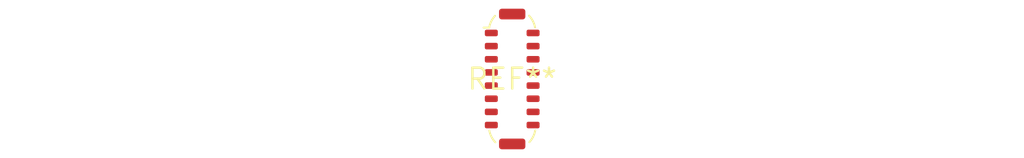
<source format=kicad_pcb>
(kicad_pcb (version 20240108) (generator pcbnew)
  (layers (0 "F.Cu" signal) (31 "B.Cu" signal) (34 "B.Paste" user) (35 "F.Paste" user) (36 "B.SilkS" user "B.Silkscreen") (37 "F.SilkS" user "F.Silkscreen") (38 "B.Mask" user) (39 "F.Mask" user) (44 "Edge.Cuts" user))
  (net 0 "")
  (footprint "USB_C_Plug_ShenzhenJingTuoJin_918-118A2021Y40002_Vertical" (layer "F.Cu") (at 0 0)
    (property "Reference" "REF**")
    (property "Value" "USB_C_Plug_ShenzhenJingTuoJin_918-118A2021Y40002_Vertical")
    (fp_line (start -1.74 -3.125) (end -1.4 -3.125) (layer "F.SilkS") (stroke (width 0.12)))
    (fp_arc (start -1.4 -3.125) (mid -1.273005 -3.509002) (end -1.043045 -3.841725) (layer "F.SilkS") (stroke (width 0.12)))
    (fp_arc (start -1.025 3.85) (mid -1.258743 3.520613) (end -1.389879 3.138598) (layer "F.SilkS") (stroke (width 0.12)))
    (fp_arc (start 1.025 -3.85) (mid 1.258743 -3.520613) (end 1.389879 -3.138598) (layer "F.SilkS") (stroke (width 0.12)))
    (fp_arc (start 1.4 3.125) (mid 1.273005 3.509002) (end 1.043045 3.841725) (layer "F.SilkS") (stroke (width 0.12)))
    (pad "A1" smd roundrect (at -1.27 -2.8 90) (size 0.4 0.79) (layers "F.Cu" "F.Paste" "F.Mask"))
    (pad "A4" smd roundrect (at -1.27 -2 90) (size 0.4 0.79) (layers "F.Cu" "F.Paste" "F.Mask"))
    (pad "A5" smd roundrect (at -1.27 -1.2 90) (size 0.4 0.79) (layers "F.Cu" "F.Paste" "F.Mask"))
    (pad "A6" smd roundrect (at -1.27 -0.4 90) (size 0.4 0.79) (layers "F.Cu" "F.Paste" "F.Mask"))
    (pad "A7" smd roundrect (at -1.27 0.4 90) (size 0.4 0.79) (layers "F.Cu" "F.Paste" "F.Mask"))
    (pad "A8" smd roundrect (at -1.27 1.2 90) (size 0.4 0.79) (layers "F.Cu" "F.Paste" "F.Mask"))
    (pad "A9" smd roundrect (at -1.27 2 90) (size 0.4 0.79) (layers "F.Cu" "F.Paste" "F.Mask"))
    (pad "A12" smd roundrect (at -1.27 2.8 90) (size 0.4 0.79) (layers "F.Cu" "F.Paste" "F.Mask"))
    (pad "B1" smd roundrect (at 1.27 2.8 90) (size 0.4 0.79) (layers "F.Cu" "F.Paste" "F.Mask"))
    (pad "B4" smd roundrect (at 1.27 2 90) (size 0.4 0.79) (layers "F.Cu" "F.Paste" "F.Mask"))
    (pad "B5" smd roundrect (at 1.27 1.2 90) (size 0.4 0.79) (layers "F.Cu" "F.Paste" "F.Mask"))
    (pad "B6" smd roundrect (at 1.27 0.4 90) (size 0.4 0.79) (layers "F.Cu" "F.Paste" "F.Mask"))
    (pad "B7" smd roundrect (at 1.27 -0.4 90) (size 0.4 0.79) (layers "F.Cu" "F.Paste" "F.Mask"))
    (pad "B8" smd roundrect (at 1.27 -1.2 90) (size 0.4 0.79) (layers "F.Cu" "F.Paste" "F.Mask"))
    (pad "B9" smd roundrect (at 1.27 -2 90) (size 0.4 0.79) (layers "F.Cu" "F.Paste" "F.Mask"))
    (pad "B12" smd roundrect (at 1.27 -2.8 90) (size 0.4 0.79) (layers "F.Cu" "F.Paste" "F.Mask"))
    (pad "S1" smd roundrect (at 0 -3.95 90) (size 0.65 1.6) (layers "F.Cu" "F.Paste" "F.Mask"))
    (pad "S1" smd roundrect (at 0 3.95 90) (size 0.65 1.6) (layers "F.Cu" "F.Paste" "F.Mask"))
  )
)
</source>
